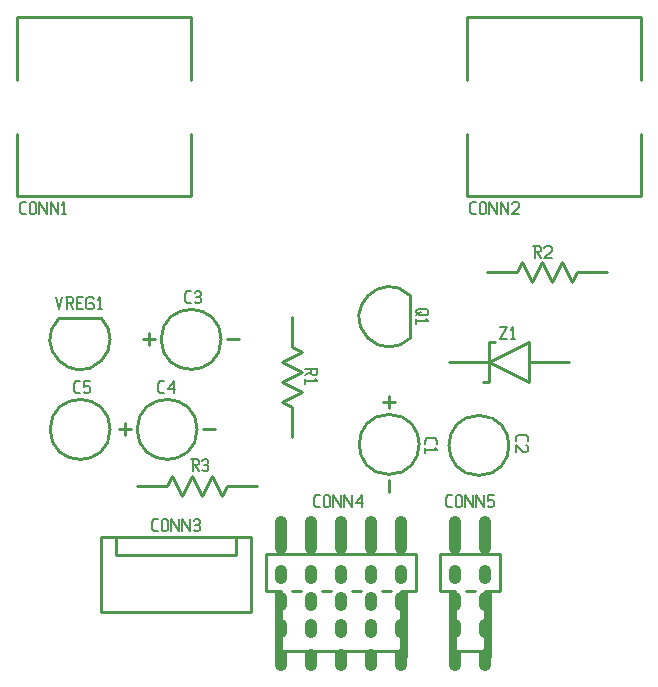
<source format=gbr>
G04 start of page 10 for group 1 layer_idx 8 *
G04 Title: (unknown), top_silk *
G04 Creator: pcb-rnd 2.0.0 *
G04 CreationDate: 2018-06-05 21:29:22 UTC *
G04 For:  *
G04 Format: Gerber/RS-274X *
G04 PCB-Dimensions: 500000 500000 *
G04 PCB-Coordinate-Origin: lower left *
%MOIN*%
%FSLAX25Y25*%
%LNTOPSILK*%
%ADD71C,0.0070*%
%ADD70C,0.0400*%
%ADD69C,0.0150*%
%ADD68C,0.0100*%
G54D68*X335000Y300000D02*X345000D01*
X346666Y303333D01*
X335833Y276666D02*Y263334D01*
Y276666D02*X337833D01*
X334500Y193500D02*Y173800D01*
X339500Y206000D02*Y193500D01*
X334500D01*
G54D69*X335750Y172100D02*Y193200D01*
G54D68*X322500Y270000D02*X335833D01*
X349166Y276666D02*Y263334D01*
Y276666D02*X335833Y270000D01*
X349166Y263334D02*X335833Y270000D01*
Y263334D02*X333833D01*
X346666Y303333D02*X350000Y296667D01*
X351666Y300000D01*
X353333Y303333D01*
X356666Y296667D01*
X309500Y292000D02*Y278000D01*
X328000Y193500D02*X331000D01*
X319500D02*X324500D01*
X300000D02*X303000D01*
G54D69*X323250Y171800D02*Y193200D01*
G54D70*X324500Y189100D02*Y191300D01*
Y180100D02*Y182300D01*
X334500Y180100D02*Y182300D01*
G54D68*X324500Y173800D02*X334500D01*
G54D70*Y172300D02*Y169100D01*
X324500Y172300D02*Y169100D01*
G54D68*Y173800D02*Y193500D01*
X306500D02*Y173800D01*
G54D69*X307750Y172100D02*Y193200D01*
G54D68*X266500Y173800D02*Y193500D01*
X270000D02*X273000D01*
X280000D02*X283000D01*
G54D70*X276500Y180100D02*Y182300D01*
Y189100D02*Y191300D01*
G54D68*X290000Y193500D02*X293000D01*
G54D70*X286500Y180100D02*Y182300D01*
Y189100D02*Y191300D01*
G54D68*X266500Y173800D02*X306500D01*
X311500Y193500D02*X306500D01*
G54D70*X296500Y189100D02*Y191300D01*
X306500Y189100D02*Y191300D01*
X266500Y180100D02*Y182300D01*
G54D69*X265250Y171800D02*Y193200D01*
G54D70*X266500Y189100D02*Y191300D01*
X296500Y180100D02*Y182300D01*
X286500Y172300D02*Y169100D01*
X276500Y172300D02*Y169100D01*
X306500Y180100D02*Y182300D01*
G54D68*X293000Y173800D02*X306500D01*
G54D70*X296500Y172300D02*Y169100D01*
X306500Y172300D02*Y169100D01*
X266500Y172300D02*Y169100D01*
X334500Y189100D02*Y191300D01*
Y208000D02*Y216500D01*
X324500Y208000D02*Y216500D01*
G54D68*X339500Y206000D02*X319500D01*
X311500D02*Y193500D01*
G54D70*X334500Y198100D02*Y200300D01*
X324500Y198100D02*Y200300D01*
G54D68*X319500Y193500D02*Y206000D01*
G54D70*X306500Y198100D02*Y200300D01*
G54D68*X261500Y193500D02*Y206000D01*
Y193500D02*X266500D01*
G54D70*Y198100D02*Y200300D01*
X276500Y198100D02*Y200300D01*
G54D68*X311500Y206000D02*X261500D01*
G54D70*X296500Y198100D02*Y200300D01*
X286500Y198100D02*Y200300D01*
X306500Y208000D02*Y216500D01*
X296500Y208000D02*Y216500D01*
X286500Y208000D02*Y216500D01*
X276500Y208000D02*Y216500D01*
X266500Y208000D02*Y216500D01*
G54D68*X365000Y300000D02*X375000D01*
X270000Y285000D02*Y275000D01*
X273333Y273334D01*
X266667Y270000D01*
X270000Y268334D01*
X273333Y266667D01*
X266667Y263334D01*
X270000Y255000D02*Y245000D01*
X302500Y230500D02*Y226500D01*
Y258500D02*Y254500D01*
X300500Y256500D02*X304500D01*
X266667Y263334D02*X270000Y261667D01*
X248500Y277500D02*X252500D01*
X220500D02*X224500D01*
X222500Y279500D02*Y275500D01*
X206500Y284500D02*X192500D01*
X270000Y261667D02*X273333Y260000D01*
X266667Y256667D01*
X212500Y247500D02*X216500D01*
X214500Y249500D02*Y245500D01*
X218500Y228500D02*X228500D01*
X230166Y231833D01*
X266667Y256667D02*X270000Y255000D01*
X240500Y247500D02*X244500D01*
X248500Y228500D02*X258500D01*
X241833D02*X243500Y231833D01*
X230166D02*X233500Y225167D01*
X235166Y228500D01*
X206500Y211700D02*X256500D01*
X211500Y205700D02*Y211700D01*
X206500D02*Y186700D01*
X256500Y211700D02*Y186700D01*
X206500D02*X256500D01*
X211500Y205700D02*X251500D01*
Y211700D01*
X235166Y228500D02*X236833Y231833D01*
X240166Y225167D01*
X241833Y228500D01*
X243500Y231833D02*X246833Y225167D01*
X248500Y228500D01*
X356666Y296667D02*X358333Y300000D01*
X349166Y270000D02*X362500D01*
X236500Y384850D02*X178500D01*
Y364000D01*
Y325150D02*Y346000D01*
X236500Y384016D03*
Y325150D02*Y346000D01*
X178500Y325150D02*X236500D01*
Y384850D02*Y364000D01*
X386500Y384850D02*X328500D01*
Y364000D01*
Y325150D02*Y346000D01*
X386500Y384016D03*
X358333Y300000D02*X360000Y303333D01*
X386500Y325150D02*Y346000D01*
X328500Y325150D02*X386500D01*
Y384850D02*Y364000D01*
X360000Y303333D02*X363333Y296667D01*
X365000Y300000D01*
X226500Y277500D02*G75*G03X246500Y277500I10000J0D01*G01*
G75*G03X226500Y277500I-10000J0D01*G01*
X218500Y247500D02*G75*G03X238500Y247500I10000J0D01*G01*
G75*G03X218500Y247500I-10000J0D01*G01*
X192429Y284571D02*G75*G03X206571Y270429I7071J-7071D01*G01*
X206571Y270429D02*G75*G03X206571Y284571I-7071J7071D01*G01*
X189500Y247500D02*G75*G03X209500Y247500I10000J0D01*G01*
G75*G03X189500Y247500I-10000J0D01*G01*
X309571Y292071D02*G75*G03X295429Y277929I-7071J-7071D01*G01*
X295429Y277929D02*G75*G03X309571Y277929I7071J7071D01*G01*
X332408Y252166D02*G75*G03X332408Y232166I0J-10000D01*G01*
G75*G03X332408Y252166I0J10000D01*G01*
X302500Y252500D02*G75*G03X302500Y232500I0J-10000D01*G01*
G75*G03X302500Y252500I0J10000D01*G01*
G54D71*X278500Y268000D02*Y266000D01*
X278000Y265500D01*
X277000D02*X278000D01*
X276500Y266000D02*X277000Y265500D01*
X276500Y267500D02*Y266000D01*
X274500Y267500D02*X278500D01*
X276500Y266700D02*X274500Y265500D01*
X277700Y264300D02*X278500Y263500D01*
X274500D02*X278500D01*
X274500Y264300D02*Y262800D01*
X235200Y289500D02*X236500D01*
X234500Y290200D02*X235200Y289500D01*
X234500Y292800D02*Y290200D01*
Y292800D02*X235200Y293500D01*
X236500D01*
X237700Y293000D02*X238200Y293500D01*
X239200D01*
X239700Y293000D01*
X239200Y289500D02*X239700Y290000D01*
X238200Y289500D02*X239200D01*
X237700Y290000D02*X238200Y289500D01*
Y291700D02*X239200D01*
X239700Y293000D02*Y292200D01*
Y291200D02*Y290000D01*
Y291200D02*X239200Y291700D01*
X239700Y292200D02*X239200Y291700D01*
X226200Y259500D02*X227500D01*
X225500Y260200D02*X226200Y259500D01*
X225500Y262800D02*Y260200D01*
Y262800D02*X226200Y263500D01*
X227500D01*
X228700Y261000D02*X230700Y263500D01*
X228700Y261000D02*X231200D01*
X230700Y263500D02*Y259500D01*
X191500Y291500D02*X192500Y287500D01*
X193500Y291500D01*
X194700D02*X196700D01*
X197200Y291000D01*
Y290000D01*
X196700Y289500D02*X197200Y290000D01*
X195200Y289500D02*X196700D01*
X195200Y291500D02*Y287500D01*
X196000Y289500D02*X197200Y287500D01*
X198400Y289700D02*X199900D01*
X198400Y287500D02*X200400D01*
X198400Y291500D02*Y287500D01*
Y291500D02*X200400D01*
X203600D02*X204100Y291000D01*
X202100Y291500D02*X203600D01*
X201600Y291000D02*X202100Y291500D01*
X201600Y291000D02*Y288000D01*
X202100Y287500D01*
X203600D01*
X204100Y288000D01*
Y289000D02*Y288000D01*
X203600Y289500D02*X204100Y289000D01*
X202600Y289500D02*X203600D01*
X205300Y290700D02*X206100Y291500D01*
Y287500D01*
X205300D02*X206800D01*
X198200Y259500D02*X199500D01*
X197500Y260200D02*X198200Y259500D01*
X197500Y262800D02*Y260200D01*
Y262800D02*X198200Y263500D01*
X199500D01*
X200700D02*X202700D01*
X200700D02*Y261500D01*
X201200Y262000D01*
X202200D01*
X202700Y261500D01*
Y260000D01*
X202200Y259500D02*X202700Y260000D01*
X201200Y259500D02*X202200D01*
X200700Y260000D02*X201200Y259500D01*
X180237Y319190D02*X181537D01*
X179537Y319890D02*X180237Y319190D01*
X179537Y322490D02*Y319890D01*
Y322490D02*X180237Y323190D01*
X181537D01*
X182737Y322690D02*Y319690D01*
Y322690D02*X183237Y323190D01*
X184237D01*
X184737Y322690D01*
Y319690D01*
X184237Y319190D02*X184737Y319690D01*
X183237Y319190D02*X184237D01*
X182737Y319690D02*X183237Y319190D01*
X185937Y323190D02*Y319190D01*
Y323190D02*X188437Y319190D01*
Y323190D02*Y319190D01*
X189637Y323190D02*Y319190D01*
Y323190D02*X192137Y319190D01*
Y323190D02*Y319190D01*
X193337Y322390D02*X194137Y323190D01*
Y319190D01*
X193337D02*X194837D01*
X350500Y308500D02*X352500D01*
X353000Y308000D01*
Y307000D01*
X352500Y306500D02*X353000Y307000D01*
X351000Y306500D02*X352500D01*
X351000Y308500D02*Y304500D01*
X351800Y306500D02*X353000Y304500D01*
X354200Y308000D02*X354700Y308500D01*
X356200D01*
X356700Y308000D01*
Y307000D01*
X354200Y304500D02*X356700Y307000D01*
X354200Y304500D02*X356700D01*
X344650Y244950D02*Y243650D01*
X345350Y245650D02*X344650Y244950D01*
X345350Y245650D02*X347950D01*
X348650Y244950D01*
Y243650D01*
X348150Y242450D02*X348650Y241950D01*
Y240450D01*
X348150Y239950D01*
X347150D02*X348150D01*
X344650Y242450D02*X347150Y239950D01*
X344650Y242450D02*Y239950D01*
X314500Y243800D02*Y242500D01*
X315200Y244500D02*X314500Y243800D01*
X315200Y244500D02*X317800D01*
X318500Y243800D01*
Y242500D01*
X317700Y241300D02*X318500Y240500D01*
X314500D02*X318500D01*
X314500Y241300D02*Y239800D01*
X339333Y281500D02*X341833D01*
X339333Y277500D02*X341833Y281500D01*
X339333Y277500D02*X341833D01*
X343033Y280700D02*X343833Y281500D01*
Y277500D01*
X343033D02*X344533D01*
X312000Y287500D02*X315000D01*
X315500Y287000D01*
Y286000D01*
X315000Y285500D01*
X312500D02*X315000D01*
X311500Y286500D02*X312500Y285500D01*
X311500Y287000D02*Y286500D01*
X312000Y287500D02*X311500Y287000D01*
X313000Y286500D02*X311500Y285500D01*
X314700Y284300D02*X315500Y283500D01*
X311500D02*X315500D01*
X311500Y284300D02*Y282800D01*
X330237Y319190D02*X331537D01*
X329537Y319890D02*X330237Y319190D01*
X329537Y322490D02*Y319890D01*
Y322490D02*X330237Y323190D01*
X331537D01*
X332737Y322690D02*Y319690D01*
Y322690D02*X333237Y323190D01*
X334237D01*
X334737Y322690D01*
Y319690D01*
X334237Y319190D02*X334737Y319690D01*
X333237Y319190D02*X334237D01*
X332737Y319690D02*X333237Y319190D01*
X335937Y323190D02*Y319190D01*
Y323190D02*X338437Y319190D01*
Y323190D02*Y319190D01*
X339637Y323190D02*Y319190D01*
Y323190D02*X342137Y319190D01*
Y323190D02*Y319190D01*
X343337Y322690D02*X343837Y323190D01*
X345337D01*
X345837Y322690D01*
Y321690D01*
X343337Y319190D02*X345837Y321690D01*
X343337Y319190D02*X345837D01*
X236500Y237500D02*X238500D01*
X239000Y237000D01*
Y236000D01*
X238500Y235500D02*X239000Y236000D01*
X237000Y235500D02*X238500D01*
X237000Y237500D02*Y233500D01*
X237800Y235500D02*X239000Y233500D01*
X240200Y237000D02*X240700Y237500D01*
X241700D01*
X242200Y237000D01*
X241700Y233500D02*X242200Y234000D01*
X240700Y233500D02*X241700D01*
X240200Y234000D02*X240700Y233500D01*
Y235700D02*X241700D01*
X242200Y237000D02*Y236200D01*
Y235200D02*Y234000D01*
Y235200D02*X241700Y235700D01*
X242200Y236200D02*X241700Y235700D01*
X322200Y221500D02*X323500D01*
X321500Y222200D02*X322200Y221500D01*
X321500Y224800D02*Y222200D01*
Y224800D02*X322200Y225500D01*
X323500D01*
X324700Y225000D02*Y222000D01*
Y225000D02*X325200Y225500D01*
X326200D01*
X326700Y225000D01*
Y222000D01*
X326200Y221500D02*X326700Y222000D01*
X325200Y221500D02*X326200D01*
X324700Y222000D02*X325200Y221500D01*
X327900Y225500D02*Y221500D01*
Y225500D02*X330400Y221500D01*
Y225500D02*Y221500D01*
X331600Y225500D02*Y221500D01*
Y225500D02*X334100Y221500D01*
Y225500D02*Y221500D01*
X335300Y225500D02*X337300D01*
X335300D02*Y223500D01*
X335800Y224000D01*
X336800D01*
X337300Y223500D01*
Y222000D01*
X336800Y221500D02*X337300Y222000D01*
X335800Y221500D02*X336800D01*
X335300Y222000D02*X335800Y221500D01*
X278200D02*X279500D01*
X277500Y222200D02*X278200Y221500D01*
X277500Y224800D02*Y222200D01*
Y224800D02*X278200Y225500D01*
X279500D01*
X280700Y225000D02*Y222000D01*
Y225000D02*X281200Y225500D01*
X282200D01*
X282700Y225000D01*
Y222000D01*
X282200Y221500D02*X282700Y222000D01*
X281200Y221500D02*X282200D01*
X280700Y222000D02*X281200Y221500D01*
X283900Y225500D02*Y221500D01*
Y225500D02*X286400Y221500D01*
Y225500D02*Y221500D01*
X287600Y225500D02*Y221500D01*
Y225500D02*X290100Y221500D01*
Y225500D02*Y221500D01*
X291300Y223000D02*X293300Y225500D01*
X291300Y223000D02*X293800D01*
X293300Y225500D02*Y221500D01*
X224200Y213500D02*X225500D01*
X223500Y214200D02*X224200Y213500D01*
X223500Y216800D02*Y214200D01*
Y216800D02*X224200Y217500D01*
X225500D01*
X226700Y217000D02*Y214000D01*
Y217000D02*X227200Y217500D01*
X228200D01*
X228700Y217000D01*
Y214000D01*
X228200Y213500D02*X228700Y214000D01*
X227200Y213500D02*X228200D01*
X226700Y214000D02*X227200Y213500D01*
X229900Y217500D02*Y213500D01*
Y217500D02*X232400Y213500D01*
Y217500D02*Y213500D01*
X233600Y217500D02*Y213500D01*
Y217500D02*X236100Y213500D01*
Y217500D02*Y213500D01*
X237300Y217000D02*X237800Y217500D01*
X238800D01*
X239300Y217000D01*
X238800Y213500D02*X239300Y214000D01*
X237800Y213500D02*X238800D01*
X237300Y214000D02*X237800Y213500D01*
Y215700D02*X238800D01*
X239300Y217000D02*Y216200D01*
Y215200D02*Y214000D01*
Y215200D02*X238800Y215700D01*
X239300Y216200D02*X238800Y215700D01*
M02*

</source>
